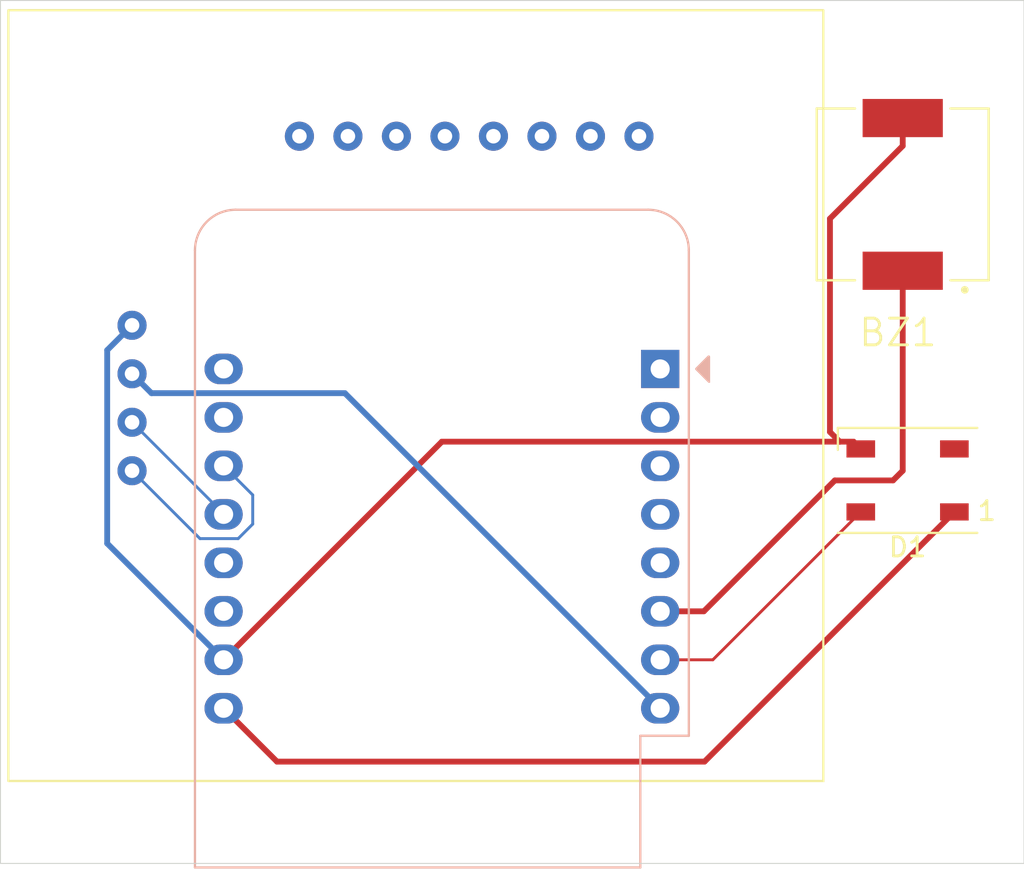
<source format=kicad_pcb>
(kicad_pcb (version 20211014) (generator pcbnew)
  (layers (0 "F.Cu" signal) (31 "B.Cu" signal) (34 "B.Paste" user) (35 "F.Paste" user) (36 "B.SilkS" user "B.Silkscreen") (37 "F.SilkS" user "F.Silkscreen") (38 "B.Mask" user) (39 "F.Mask" user) (44 "Edge.Cuts" user))
  (net 0 "")
  (net 4 "5V")
  (net 6 "GND")
  (net 7 "BUZZ")
  (net 8 "LED")
  (net 14 "SWITCH")
  (net 16 "3V")
  (net 17 "SDA")
  (net 18 "SCL")
  (footprint "parts:NFC_Reader_V3" (layer "F.Cu") (at 120.301 95.25 180)
    (fp_text reference "U2" hide)
    (fp_text value "NFC_Reader_V3" hide)
    (fp_rect (start 0 0) (end 42.672 40.386) (layer "F.SilkS") (width 0.12) (fill none))
    (pad "1" thru_hole circle (at 36.195 23.876 180) (size 1.524 1.524) (drill 0.762) (layers *.Mask "F.Cu" "In1.Cu" "B.Cu") (net 6 "GND"))
    (pad "2" thru_hole circle (at 36.195 21.336 180) (size 1.524 1.524) (drill 0.762) (layers *.Mask "F.Cu" "In1.Cu" "B.Cu") (net 16 "3V"))
    (pad "3" thru_hole circle (at 36.195 18.796 180) (size 1.524 1.524) (drill 0.762) (layers *.Mask "F.Cu" "In1.Cu" "B.Cu") (net 17 "SDA"))
    (pad "4" thru_hole circle (at 36.195 16.256 180) (size 1.524 1.524) (drill 0.762) (layers *.Mask "F.Cu" "In1.Cu" "B.Cu") (net 18 "SCL"))
    (pad "5" thru_hole circle (at 27.432 33.782 270) (size 1.524 1.524) (drill 0.762) (layers *.Mask "F.Cu" "In1.Cu" "B.Cu"))
    (pad "6" thru_hole circle (at 24.892 33.782 180) (size 1.524 1.524) (drill 0.762) (layers *.Mask "F.Cu" "In1.Cu" "B.Cu"))
    (pad "7" thru_hole circle (at 22.352 33.782 180) (size 1.524 1.524) (drill 0.762) (layers *.Mask "F.Cu" "In1.Cu" "B.Cu"))
    (pad "8" thru_hole circle (at 19.812 33.782 180) (size 1.524 1.524) (drill 0.762) (layers *.Mask "F.Cu" "In1.Cu" "B.Cu"))
    (pad "9" thru_hole circle (at 17.272 33.782 180) (size 1.524 1.524) (drill 0.762) (layers *.Mask "F.Cu" "In1.Cu" "B.Cu"))
    (pad "10" thru_hole circle (at 14.732 33.782 180) (size 1.524 1.524) (drill 0.762) (layers *.Mask "F.Cu" "In1.Cu" "B.Cu"))
    (pad "11" thru_hole circle (at 12.192 33.782 180) (size 1.524 1.524) (drill 0.762) (layers *.Mask "F.Cu" "In1.Cu" "B.Cu"))
    (pad "12" thru_hole circle (at 9.652 33.782 180) (size 1.524 1.524) (drill 0.762) (layers *.Mask "F.Cu" "In1.Cu" "B.Cu"))
  )
  (footprint "parts:CUI_CPT-9019S-SMT" (layer "F.Cu") (at 124.46 64.516 180)
    (fp_text reference "BZ1" (at 0.254 -7.24235) (layer "F.SilkS") (effects (font (size 1.400646 1.400646))))
    (fp_text value "Buzzer")
    (fp_line (start -4.5 4.5) (end -2.5 4.5) (layer "F.SilkS") (width 0.127))
    (fp_line (start -4.5 -4.5) (end -4.5 4.5) (layer "F.SilkS") (width 0.127))
    (fp_line (start 4.5 4.5) (end 4.5 -4.5) (layer "F.SilkS") (width 0.127))
    (fp_line (start 4.5 -4.5) (end 2.5 -4.5) (layer "F.SilkS") (width 0.127))
    (fp_line (start -2.5 -4.5) (end -4.5 -4.5) (layer "F.SilkS") (width 0.127))
    (fp_line (start 2.5 4.5) (end 4.5 4.5) (layer "F.SilkS") (width 0.127))
    (fp_circle (center -3.25 -5) (end -3.15 -5) (layer "F.SilkS") (width 0.2) (fill none))
    (pad "1" smd rect locked (at 0 -4 180) (size 4.2 2) (layers "F.Cu" "F.Paste" "F.Mask") (net 7 "BUZZ"))
    (pad "2" smd rect locked (at 0 4 180) (size 4.2 2) (layers "F.Cu" "F.Paste" "F.Mask") (net 6 "GND"))
  )
  (footprint "LED_SMD:LED_WS2812B_PLCC4_5.0x5.0mm_P3.2mm" (layer "F.Cu") (at 124.714 79.502 180)
    (fp_text reference "D1" (at 0 -3.5) (layer "F.SilkS"))
    (fp_text value "WS2812B")
    (fp_text user "1" (at -4.15 -1.6) (layer "F.SilkS"))
    (fp_line (start 3.65 2.75) (end 3.65 1.6) (layer "F.SilkS") (width 0.12))
    (fp_line (start -3.65 2.75) (end 3.65 2.75) (layer "F.SilkS") (width 0.12))
    (fp_line (start -3.65 -2.75) (end 3.65 -2.75) (layer "F.SilkS") (width 0.12))
    (pad "1" smd rect (at -2.45 -1.65 180) (size 1.5 0.9) (layers "F.Cu" "F.Paste" "F.Mask") (net 4 "5V"))
    (pad "2" smd rect (at -2.45 1.65 180) (size 1.5 0.9) (layers "F.Cu" "F.Paste" "F.Mask"))
    (pad "3" smd rect (at 2.45 1.65 180) (size 1.5 0.9) (layers "F.Cu" "F.Paste" "F.Mask") (net 6 "GND"))
    (pad "4" smd rect (at 2.45 -1.65 180) (size 1.5 0.9) (layers "F.Cu" "F.Paste" "F.Mask") (net 8 "LED"))
  )
  (footprint "MountingHole:MountingHole_2.1mm" (layer "F.Cu") (at 85.09 62.484)
    (fp_text reference "H2" hide)
    (fp_text value "MountingHole" hide)
    (pad "" np_thru_hole circle (at 0 0) (size 2.1 2.1) (drill 2.1) (layers *.Cu *.Mask))
  )
  (footprint "MountingHole:MountingHole_2.1mm" (layer "F.Cu") (at 125.222 93.726)
    (fp_text reference "H1" hide)
    (fp_text value "MountingHole" hide)
    (pad "" np_thru_hole circle (at 0 0) (size 2.1 2.1) (drill 2.1) (layers *.Cu *.Mask))
  )
  (footprint "Module:WEMOS_D1_mini_light" (layer "B.Cu") (at 111.76 73.66 180)
    (fp_text reference "U1" hide)
    (fp_text value "WeMos_D1_mini")
    (fp_line (start 24.36 -26.12) (end 24.36 6.21) (layer "B.SilkS") (width 0.12))
    (fp_line (start 1.04 -26.12) (end 24.36 -26.12) (layer "B.SilkS") (width 0.12))
    (fp_line (start 1.04 -19.22) (end 1.04 -26.12) (layer "B.SilkS") (width 0.12))
    (fp_line (start 22.24 8.34) (end 0.63 8.34) (layer "B.SilkS") (width 0.12))
    (fp_line (start -1.5 -19.22) (end 1.04 -19.22) (layer "B.SilkS") (width 0.12))
    (fp_line (start -1.5 -19.22) (end -1.5 6.21) (layer "B.SilkS") (width 0.12))
    (fp_arc (start 24.36 6.21) (mid 23.736137 7.716137) (end 22.23 8.34) (layer "B.SilkS") (width 0.12))
    (fp_arc (start 0.63 8.34) (mid -0.876137 7.716137) (end -1.5 6.21) (layer "B.SilkS") (width 0.12))
    (fp_poly (pts (xy -2.54 0.635) (xy -2.54 -0.635) (xy -1.905 0)) (layer "B.SilkS") (width 0.15) (fill solid))
    (pad "1" thru_hole rect (at 0 0 180) (size 2 2) (drill 1) (layers *.Cu *.Mask))
    (pad "2" thru_hole oval (at 0 -2.54 180) (size 2 1.6) (drill 1) (layers *.Cu *.Mask))
    (pad "3" thru_hole oval (at 0 -5.08 180) (size 2 1.6) (drill 1) (layers *.Cu *.Mask))
    (pad "4" thru_hole oval (at 0 -7.62 180) (size 2 1.6) (drill 1) (layers *.Cu *.Mask))
    (pad "5" thru_hole oval (at 0 -10.16 180) (size 2 1.6) (drill 1) (layers *.Cu *.Mask) (net 14 "SWITCH"))
    (pad "6" thru_hole oval (at 0 -12.7 180) (size 2 1.6) (drill 1) (layers *.Cu *.Mask) (net 7 "BUZZ"))
    (pad "7" thru_hole oval (at 0 -15.24 180) (size 2 1.6) (drill 1) (layers *.Cu *.Mask) (net 8 "LED"))
    (pad "8" thru_hole oval (at 0 -17.78 180) (size 2 1.6) (drill 1) (layers *.Cu *.Mask) (net 16 "3V"))
    (pad "9" thru_hole oval (at 22.86 -17.78 180) (size 2 1.6) (drill 1) (layers *.Cu *.Mask) (net 4 "5V"))
    (pad "10" thru_hole oval (at 22.86 -15.24 180) (size 2 1.6) (drill 1) (layers *.Cu *.Mask) (net 6 "GND"))
    (pad "11" thru_hole oval (at 22.86 -12.7 180) (size 2 1.6) (drill 1) (layers *.Cu *.Mask))
    (pad "12" thru_hole oval (at 22.86 -10.16 180) (size 2 1.6) (drill 1) (layers *.Cu *.Mask))
    (pad "13" thru_hole oval (at 22.86 -7.62 180) (size 2 1.6) (drill 1) (layers *.Cu *.Mask) (net 17 "SDA"))
    (pad "14" thru_hole oval (at 22.86 -5.08 180) (size 2 1.6) (drill 1) (layers *.Cu *.Mask) (net 18 "SCL"))
    (pad "15" thru_hole oval (at 22.86 -2.54 180) (size 2 1.6) (drill 1) (layers *.Cu *.Mask))
    (pad "16" thru_hole oval (at 22.86 0 180) (size 2 1.6) (drill 1) (layers *.Cu *.Mask))
  )
  (gr_rect (start 77.216 54.356) (end 130.81 99.568) (layer "Edge.Cuts") (width 0.05) (fill none))
  (segment (start 91.694 94.234) (end 114.082 94.234) (width 0.3048) (layer "F.Cu") (net 4))
  (segment (start 88.9 91.44) (end 91.694 94.234) (width 0.3048) (layer "F.Cu") (net 4))
  (segment (start 114.082 94.234) (end 127.164 81.152) (width 0.3048) (layer "F.Cu") (net 4))
  (segment (start 124.46 60.516) (end 124.46 61.976) (width 0.3048) (layer "F.Cu") (net 6))
  (segment (start 124.46 61.976) (end 120.65 65.786) (width 0.3048) (layer "F.Cu") (net 6))
  (segment (start 121.158 77.47) (end 121.882 77.47) (width 0.3048) (layer "F.Cu") (net 6))
  (segment (start 88.9 88.9) (end 100.33 77.47) (width 0.3048) (layer "F.Cu") (net 6))
  (segment (start 120.65 65.786) (end 120.65 76.962) (width 0.3048) (layer "F.Cu") (net 6))
  (segment (start 120.65 76.962) (end 121.158 77.47) (width 0.3048) (layer "F.Cu") (net 6))
  (segment (start 121.882 77.47) (end 122.264 77.852) (width 0.3048) (layer "F.Cu") (net 6))
  (segment (start 100.33 77.47) (end 121.158 77.47) (width 0.3048) (layer "F.Cu") (net 6))
  (segment (start 88.9 88.9) (end 82.804 82.804) (width 0.3048) (layer "B.Cu") (net 6))
  (segment (start 82.804 72.676) (end 84.106 71.374) (width 0.3048) (layer "B.Cu") (net 6))
  (segment (start 82.804 82.804) (end 82.804 72.676) (width 0.3048) (layer "B.Cu") (net 6))
  (segment (start 111.76 86.36) (end 114.046 86.36) (width 0.3048) (layer "F.Cu") (net 7))
  (segment (start 123.952 79.502) (end 124.46 78.994) (width 0.3048) (layer "F.Cu") (net 7))
  (segment (start 120.904 79.502) (end 123.952 79.502) (width 0.3048) (layer "F.Cu") (net 7))
  (segment (start 124.46 78.994) (end 124.46 68.516) (width 0.3048) (layer "F.Cu") (net 7))
  (segment (start 114.046 86.36) (end 120.904 79.502) (width 0.3048) (layer "F.Cu") (net 7))
  (segment (start 111.76 88.9) (end 114.516 88.9) (width 0.1524) (layer "F.Cu") (net 8))
  (segment (start 114.516 88.9) (end 122.264 81.152) (width 0.1524) (layer "F.Cu") (net 8))
  (segment (start 85.122 74.93) (end 84.106 73.914) (width 0.3048) (layer "B.Cu") (net 16))
  (segment (start 95.25 74.93) (end 85.122 74.93) (width 0.3048) (layer "B.Cu") (net 16))
  (segment (start 111.76 91.44) (end 95.25 74.93) (width 0.3048) (layer "B.Cu") (net 16))
  (segment (start 88.9 81.28) (end 88.9 81.248) (width 0.1524) (layer "B.Cu") (net 17))
  (segment (start 88.9 81.248) (end 84.106 76.454) (width 0.1524) (layer "B.Cu") (net 17))
  (segment (start 84.36 78.74) (end 84.106 78.994) (width 0.1524) (layer "F.Cu") (net 18))
  (segment (start 90.424 80.264) (end 90.424 81.788) (width 0.1524) (layer "B.Cu") (net 18))
  (segment (start 90.424 81.788) (end 89.662 82.55) (width 0.1524) (layer "B.Cu") (net 18))
  (segment (start 87.662 82.55) (end 84.106 78.994) (width 0.1524) (layer "B.Cu") (net 18))
  (segment (start 89.662 82.55) (end 87.662 82.55) (width 0.1524) (layer "B.Cu") (net 18))
  (segment (start 88.9 78.74) (end 90.424 80.264) (width 0.1524) (layer "B.Cu") (net 18))
)
</source>
